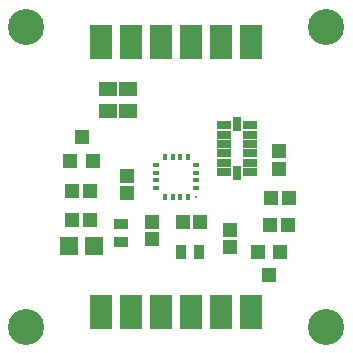
<source format=gts>
G04 #@! TF.FileFunction,Soldermask,Top*
%FSLAX46Y46*%
G04 Gerber Fmt 4.6, Leading zero omitted, Abs format (unit mm)*
G04 Created by KiCad (PCBNEW 4.0.0-rc1-stable) date 11/13/2015 11:17:05 PM*
%MOMM*%
G01*
G04 APERTURE LIST*
%ADD10C,0.100000*%
%ADD11R,1.598880X1.598880*%
%ADD12R,1.200100X1.200100*%
%ADD13R,0.900000X1.200000*%
%ADD14R,0.800000X1.200000*%
%ADD15C,3.050000*%
%ADD16R,1.150000X1.200000*%
%ADD17R,1.200000X1.150000*%
%ADD18R,0.900000X1.300000*%
%ADD19R,1.300000X0.900000*%
%ADD20R,0.500000X0.400000*%
%ADD21R,0.400000X0.500000*%
%ADD22C,0.250000*%
%ADD23O,1.245000X0.650000*%
%ADD24R,1.245000X0.650000*%
%ADD25R,0.650000X1.245000*%
%ADD26R,1.924000X2.940000*%
G04 APERTURE END LIST*
D10*
D11*
X130624580Y-94792800D03*
X132722620Y-94792800D03*
D12*
X148473200Y-95265240D03*
X146573200Y-95265240D03*
X147523200Y-97264220D03*
X130723600Y-87589360D03*
X132623600Y-87589360D03*
X131673600Y-85590380D03*
D13*
X135947000Y-81523000D03*
D14*
X134347000Y-81523000D03*
X135147000Y-81523000D03*
D13*
X133547000Y-81523000D03*
D14*
X135147000Y-83323000D03*
D13*
X135947000Y-83323000D03*
D14*
X134347000Y-83323000D03*
D13*
X133547000Y-83323000D03*
D15*
X127000000Y-76200000D03*
X152400000Y-76200000D03*
X152400000Y-101600000D03*
X127000000Y-101600000D03*
D16*
X135534400Y-90310400D03*
X135534400Y-88810400D03*
X137617200Y-92722000D03*
X137617200Y-94222000D03*
D17*
X130872800Y-90119200D03*
X132372800Y-90119200D03*
X130872800Y-92557600D03*
X132372800Y-92557600D03*
D16*
X144195800Y-93382400D03*
X144195800Y-94882400D03*
D17*
X147662200Y-93040200D03*
X149162200Y-93040200D03*
X141720000Y-92760800D03*
X140220000Y-92760800D03*
X147713000Y-90754200D03*
X149213000Y-90754200D03*
D16*
X148386800Y-88227600D03*
X148386800Y-86727600D03*
D18*
X140093000Y-95275400D03*
X141593000Y-95275400D03*
D19*
X134975600Y-94425200D03*
X134975600Y-92925200D03*
D20*
X141400000Y-89875000D03*
X141400000Y-89225000D03*
X141400000Y-88575000D03*
X141400000Y-87925000D03*
D21*
X140675000Y-87200000D03*
X140025000Y-87200000D03*
X139375000Y-87200000D03*
X138725000Y-87200000D03*
D20*
X138000000Y-87925000D03*
X138000000Y-88575000D03*
X138000000Y-89225000D03*
X138000000Y-89875000D03*
D21*
X138725000Y-90600000D03*
X139375000Y-90600000D03*
X140025000Y-90600000D03*
X140675000Y-90600000D03*
D22*
X141400000Y-90600000D03*
D23*
X145953700Y-88537800D03*
D24*
X145953700Y-87737800D03*
X145953700Y-86937800D03*
X145953700Y-86137800D03*
X145953700Y-85337800D03*
X145953700Y-84537800D03*
D25*
X144856200Y-84440300D03*
D24*
X143758700Y-84537800D03*
X143758700Y-85337800D03*
X143758700Y-86137800D03*
X143758700Y-86937800D03*
X143758700Y-87737800D03*
X143758700Y-88537800D03*
D25*
X144856200Y-88605300D03*
D24*
X145956200Y-88537800D03*
D26*
X146050000Y-100330000D03*
X143510000Y-100330000D03*
X140970000Y-100330000D03*
X138430000Y-100330000D03*
X135890000Y-100330000D03*
X133350000Y-100330000D03*
X133350000Y-77470000D03*
X135890000Y-77470000D03*
X138430000Y-77470000D03*
X140970000Y-77470000D03*
X143510000Y-77470000D03*
X146050000Y-77470000D03*
M02*

</source>
